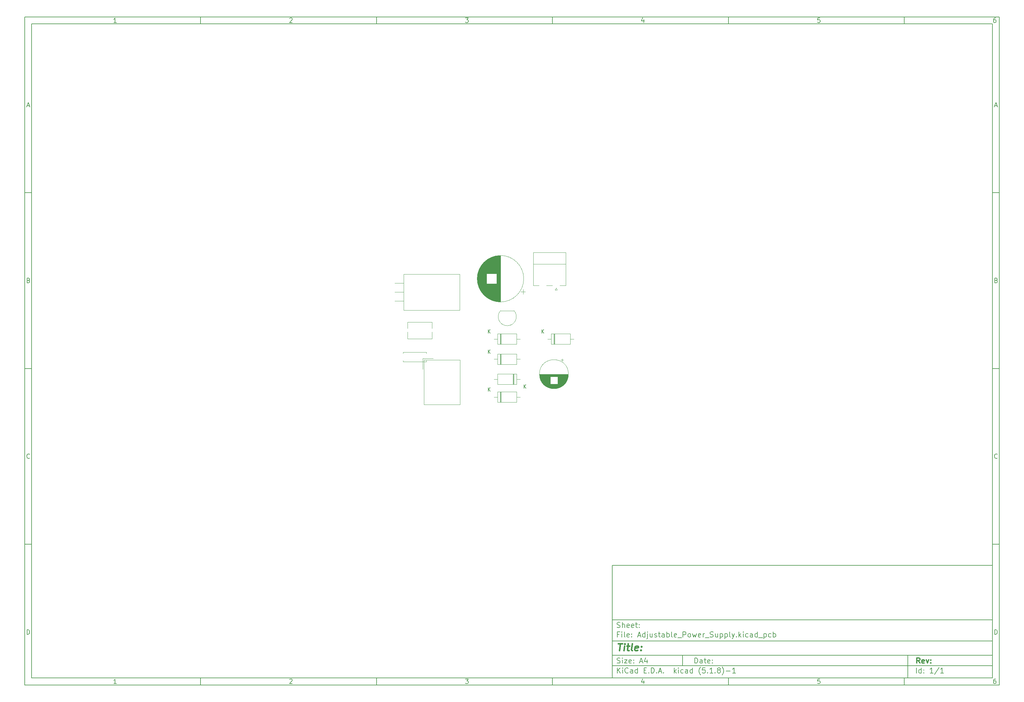
<source format=gto>
%TF.GenerationSoftware,KiCad,Pcbnew,(5.1.8)-1*%
%TF.CreationDate,2021-07-18T20:21:08-07:00*%
%TF.ProjectId,Adjustable_Power_Supply,41646a75-7374-4616-926c-655f506f7765,rev?*%
%TF.SameCoordinates,Original*%
%TF.FileFunction,Legend,Top*%
%TF.FilePolarity,Positive*%
%FSLAX46Y46*%
G04 Gerber Fmt 4.6, Leading zero omitted, Abs format (unit mm)*
G04 Created by KiCad (PCBNEW (5.1.8)-1) date 2021-07-18 20:21:08*
%MOMM*%
%LPD*%
G01*
G04 APERTURE LIST*
%ADD10C,0.100000*%
%ADD11C,0.150000*%
%ADD12C,0.300000*%
%ADD13C,0.400000*%
%ADD14C,0.120000*%
G04 APERTURE END LIST*
D10*
D11*
X177002200Y-166007200D02*
X177002200Y-198007200D01*
X285002200Y-198007200D01*
X285002200Y-166007200D01*
X177002200Y-166007200D01*
D10*
D11*
X10000000Y-10000000D02*
X10000000Y-200007200D01*
X287002200Y-200007200D01*
X287002200Y-10000000D01*
X10000000Y-10000000D01*
D10*
D11*
X12000000Y-12000000D02*
X12000000Y-198007200D01*
X285002200Y-198007200D01*
X285002200Y-12000000D01*
X12000000Y-12000000D01*
D10*
D11*
X60000000Y-12000000D02*
X60000000Y-10000000D01*
D10*
D11*
X110000000Y-12000000D02*
X110000000Y-10000000D01*
D10*
D11*
X160000000Y-12000000D02*
X160000000Y-10000000D01*
D10*
D11*
X210000000Y-12000000D02*
X210000000Y-10000000D01*
D10*
D11*
X260000000Y-12000000D02*
X260000000Y-10000000D01*
D10*
D11*
X36065476Y-11588095D02*
X35322619Y-11588095D01*
X35694047Y-11588095D02*
X35694047Y-10288095D01*
X35570238Y-10473809D01*
X35446428Y-10597619D01*
X35322619Y-10659523D01*
D10*
D11*
X85322619Y-10411904D02*
X85384523Y-10350000D01*
X85508333Y-10288095D01*
X85817857Y-10288095D01*
X85941666Y-10350000D01*
X86003571Y-10411904D01*
X86065476Y-10535714D01*
X86065476Y-10659523D01*
X86003571Y-10845238D01*
X85260714Y-11588095D01*
X86065476Y-11588095D01*
D10*
D11*
X135260714Y-10288095D02*
X136065476Y-10288095D01*
X135632142Y-10783333D01*
X135817857Y-10783333D01*
X135941666Y-10845238D01*
X136003571Y-10907142D01*
X136065476Y-11030952D01*
X136065476Y-11340476D01*
X136003571Y-11464285D01*
X135941666Y-11526190D01*
X135817857Y-11588095D01*
X135446428Y-11588095D01*
X135322619Y-11526190D01*
X135260714Y-11464285D01*
D10*
D11*
X185941666Y-10721428D02*
X185941666Y-11588095D01*
X185632142Y-10226190D02*
X185322619Y-11154761D01*
X186127380Y-11154761D01*
D10*
D11*
X236003571Y-10288095D02*
X235384523Y-10288095D01*
X235322619Y-10907142D01*
X235384523Y-10845238D01*
X235508333Y-10783333D01*
X235817857Y-10783333D01*
X235941666Y-10845238D01*
X236003571Y-10907142D01*
X236065476Y-11030952D01*
X236065476Y-11340476D01*
X236003571Y-11464285D01*
X235941666Y-11526190D01*
X235817857Y-11588095D01*
X235508333Y-11588095D01*
X235384523Y-11526190D01*
X235322619Y-11464285D01*
D10*
D11*
X285941666Y-10288095D02*
X285694047Y-10288095D01*
X285570238Y-10350000D01*
X285508333Y-10411904D01*
X285384523Y-10597619D01*
X285322619Y-10845238D01*
X285322619Y-11340476D01*
X285384523Y-11464285D01*
X285446428Y-11526190D01*
X285570238Y-11588095D01*
X285817857Y-11588095D01*
X285941666Y-11526190D01*
X286003571Y-11464285D01*
X286065476Y-11340476D01*
X286065476Y-11030952D01*
X286003571Y-10907142D01*
X285941666Y-10845238D01*
X285817857Y-10783333D01*
X285570238Y-10783333D01*
X285446428Y-10845238D01*
X285384523Y-10907142D01*
X285322619Y-11030952D01*
D10*
D11*
X60000000Y-198007200D02*
X60000000Y-200007200D01*
D10*
D11*
X110000000Y-198007200D02*
X110000000Y-200007200D01*
D10*
D11*
X160000000Y-198007200D02*
X160000000Y-200007200D01*
D10*
D11*
X210000000Y-198007200D02*
X210000000Y-200007200D01*
D10*
D11*
X260000000Y-198007200D02*
X260000000Y-200007200D01*
D10*
D11*
X36065476Y-199595295D02*
X35322619Y-199595295D01*
X35694047Y-199595295D02*
X35694047Y-198295295D01*
X35570238Y-198481009D01*
X35446428Y-198604819D01*
X35322619Y-198666723D01*
D10*
D11*
X85322619Y-198419104D02*
X85384523Y-198357200D01*
X85508333Y-198295295D01*
X85817857Y-198295295D01*
X85941666Y-198357200D01*
X86003571Y-198419104D01*
X86065476Y-198542914D01*
X86065476Y-198666723D01*
X86003571Y-198852438D01*
X85260714Y-199595295D01*
X86065476Y-199595295D01*
D10*
D11*
X135260714Y-198295295D02*
X136065476Y-198295295D01*
X135632142Y-198790533D01*
X135817857Y-198790533D01*
X135941666Y-198852438D01*
X136003571Y-198914342D01*
X136065476Y-199038152D01*
X136065476Y-199347676D01*
X136003571Y-199471485D01*
X135941666Y-199533390D01*
X135817857Y-199595295D01*
X135446428Y-199595295D01*
X135322619Y-199533390D01*
X135260714Y-199471485D01*
D10*
D11*
X185941666Y-198728628D02*
X185941666Y-199595295D01*
X185632142Y-198233390D02*
X185322619Y-199161961D01*
X186127380Y-199161961D01*
D10*
D11*
X236003571Y-198295295D02*
X235384523Y-198295295D01*
X235322619Y-198914342D01*
X235384523Y-198852438D01*
X235508333Y-198790533D01*
X235817857Y-198790533D01*
X235941666Y-198852438D01*
X236003571Y-198914342D01*
X236065476Y-199038152D01*
X236065476Y-199347676D01*
X236003571Y-199471485D01*
X235941666Y-199533390D01*
X235817857Y-199595295D01*
X235508333Y-199595295D01*
X235384523Y-199533390D01*
X235322619Y-199471485D01*
D10*
D11*
X285941666Y-198295295D02*
X285694047Y-198295295D01*
X285570238Y-198357200D01*
X285508333Y-198419104D01*
X285384523Y-198604819D01*
X285322619Y-198852438D01*
X285322619Y-199347676D01*
X285384523Y-199471485D01*
X285446428Y-199533390D01*
X285570238Y-199595295D01*
X285817857Y-199595295D01*
X285941666Y-199533390D01*
X286003571Y-199471485D01*
X286065476Y-199347676D01*
X286065476Y-199038152D01*
X286003571Y-198914342D01*
X285941666Y-198852438D01*
X285817857Y-198790533D01*
X285570238Y-198790533D01*
X285446428Y-198852438D01*
X285384523Y-198914342D01*
X285322619Y-199038152D01*
D10*
D11*
X10000000Y-60000000D02*
X12000000Y-60000000D01*
D10*
D11*
X10000000Y-110000000D02*
X12000000Y-110000000D01*
D10*
D11*
X10000000Y-160000000D02*
X12000000Y-160000000D01*
D10*
D11*
X10690476Y-35216666D02*
X11309523Y-35216666D01*
X10566666Y-35588095D02*
X11000000Y-34288095D01*
X11433333Y-35588095D01*
D10*
D11*
X11092857Y-84907142D02*
X11278571Y-84969047D01*
X11340476Y-85030952D01*
X11402380Y-85154761D01*
X11402380Y-85340476D01*
X11340476Y-85464285D01*
X11278571Y-85526190D01*
X11154761Y-85588095D01*
X10659523Y-85588095D01*
X10659523Y-84288095D01*
X11092857Y-84288095D01*
X11216666Y-84350000D01*
X11278571Y-84411904D01*
X11340476Y-84535714D01*
X11340476Y-84659523D01*
X11278571Y-84783333D01*
X11216666Y-84845238D01*
X11092857Y-84907142D01*
X10659523Y-84907142D01*
D10*
D11*
X11402380Y-135464285D02*
X11340476Y-135526190D01*
X11154761Y-135588095D01*
X11030952Y-135588095D01*
X10845238Y-135526190D01*
X10721428Y-135402380D01*
X10659523Y-135278571D01*
X10597619Y-135030952D01*
X10597619Y-134845238D01*
X10659523Y-134597619D01*
X10721428Y-134473809D01*
X10845238Y-134350000D01*
X11030952Y-134288095D01*
X11154761Y-134288095D01*
X11340476Y-134350000D01*
X11402380Y-134411904D01*
D10*
D11*
X10659523Y-185588095D02*
X10659523Y-184288095D01*
X10969047Y-184288095D01*
X11154761Y-184350000D01*
X11278571Y-184473809D01*
X11340476Y-184597619D01*
X11402380Y-184845238D01*
X11402380Y-185030952D01*
X11340476Y-185278571D01*
X11278571Y-185402380D01*
X11154761Y-185526190D01*
X10969047Y-185588095D01*
X10659523Y-185588095D01*
D10*
D11*
X287002200Y-60000000D02*
X285002200Y-60000000D01*
D10*
D11*
X287002200Y-110000000D02*
X285002200Y-110000000D01*
D10*
D11*
X287002200Y-160000000D02*
X285002200Y-160000000D01*
D10*
D11*
X285692676Y-35216666D02*
X286311723Y-35216666D01*
X285568866Y-35588095D02*
X286002200Y-34288095D01*
X286435533Y-35588095D01*
D10*
D11*
X286095057Y-84907142D02*
X286280771Y-84969047D01*
X286342676Y-85030952D01*
X286404580Y-85154761D01*
X286404580Y-85340476D01*
X286342676Y-85464285D01*
X286280771Y-85526190D01*
X286156961Y-85588095D01*
X285661723Y-85588095D01*
X285661723Y-84288095D01*
X286095057Y-84288095D01*
X286218866Y-84350000D01*
X286280771Y-84411904D01*
X286342676Y-84535714D01*
X286342676Y-84659523D01*
X286280771Y-84783333D01*
X286218866Y-84845238D01*
X286095057Y-84907142D01*
X285661723Y-84907142D01*
D10*
D11*
X286404580Y-135464285D02*
X286342676Y-135526190D01*
X286156961Y-135588095D01*
X286033152Y-135588095D01*
X285847438Y-135526190D01*
X285723628Y-135402380D01*
X285661723Y-135278571D01*
X285599819Y-135030952D01*
X285599819Y-134845238D01*
X285661723Y-134597619D01*
X285723628Y-134473809D01*
X285847438Y-134350000D01*
X286033152Y-134288095D01*
X286156961Y-134288095D01*
X286342676Y-134350000D01*
X286404580Y-134411904D01*
D10*
D11*
X285661723Y-185588095D02*
X285661723Y-184288095D01*
X285971247Y-184288095D01*
X286156961Y-184350000D01*
X286280771Y-184473809D01*
X286342676Y-184597619D01*
X286404580Y-184845238D01*
X286404580Y-185030952D01*
X286342676Y-185278571D01*
X286280771Y-185402380D01*
X286156961Y-185526190D01*
X285971247Y-185588095D01*
X285661723Y-185588095D01*
D10*
D11*
X200434342Y-193785771D02*
X200434342Y-192285771D01*
X200791485Y-192285771D01*
X201005771Y-192357200D01*
X201148628Y-192500057D01*
X201220057Y-192642914D01*
X201291485Y-192928628D01*
X201291485Y-193142914D01*
X201220057Y-193428628D01*
X201148628Y-193571485D01*
X201005771Y-193714342D01*
X200791485Y-193785771D01*
X200434342Y-193785771D01*
X202577200Y-193785771D02*
X202577200Y-193000057D01*
X202505771Y-192857200D01*
X202362914Y-192785771D01*
X202077200Y-192785771D01*
X201934342Y-192857200D01*
X202577200Y-193714342D02*
X202434342Y-193785771D01*
X202077200Y-193785771D01*
X201934342Y-193714342D01*
X201862914Y-193571485D01*
X201862914Y-193428628D01*
X201934342Y-193285771D01*
X202077200Y-193214342D01*
X202434342Y-193214342D01*
X202577200Y-193142914D01*
X203077200Y-192785771D02*
X203648628Y-192785771D01*
X203291485Y-192285771D02*
X203291485Y-193571485D01*
X203362914Y-193714342D01*
X203505771Y-193785771D01*
X203648628Y-193785771D01*
X204720057Y-193714342D02*
X204577200Y-193785771D01*
X204291485Y-193785771D01*
X204148628Y-193714342D01*
X204077200Y-193571485D01*
X204077200Y-193000057D01*
X204148628Y-192857200D01*
X204291485Y-192785771D01*
X204577200Y-192785771D01*
X204720057Y-192857200D01*
X204791485Y-193000057D01*
X204791485Y-193142914D01*
X204077200Y-193285771D01*
X205434342Y-193642914D02*
X205505771Y-193714342D01*
X205434342Y-193785771D01*
X205362914Y-193714342D01*
X205434342Y-193642914D01*
X205434342Y-193785771D01*
X205434342Y-192857200D02*
X205505771Y-192928628D01*
X205434342Y-193000057D01*
X205362914Y-192928628D01*
X205434342Y-192857200D01*
X205434342Y-193000057D01*
D10*
D11*
X177002200Y-194507200D02*
X285002200Y-194507200D01*
D10*
D11*
X178434342Y-196585771D02*
X178434342Y-195085771D01*
X179291485Y-196585771D02*
X178648628Y-195728628D01*
X179291485Y-195085771D02*
X178434342Y-195942914D01*
X179934342Y-196585771D02*
X179934342Y-195585771D01*
X179934342Y-195085771D02*
X179862914Y-195157200D01*
X179934342Y-195228628D01*
X180005771Y-195157200D01*
X179934342Y-195085771D01*
X179934342Y-195228628D01*
X181505771Y-196442914D02*
X181434342Y-196514342D01*
X181220057Y-196585771D01*
X181077200Y-196585771D01*
X180862914Y-196514342D01*
X180720057Y-196371485D01*
X180648628Y-196228628D01*
X180577200Y-195942914D01*
X180577200Y-195728628D01*
X180648628Y-195442914D01*
X180720057Y-195300057D01*
X180862914Y-195157200D01*
X181077200Y-195085771D01*
X181220057Y-195085771D01*
X181434342Y-195157200D01*
X181505771Y-195228628D01*
X182791485Y-196585771D02*
X182791485Y-195800057D01*
X182720057Y-195657200D01*
X182577200Y-195585771D01*
X182291485Y-195585771D01*
X182148628Y-195657200D01*
X182791485Y-196514342D02*
X182648628Y-196585771D01*
X182291485Y-196585771D01*
X182148628Y-196514342D01*
X182077200Y-196371485D01*
X182077200Y-196228628D01*
X182148628Y-196085771D01*
X182291485Y-196014342D01*
X182648628Y-196014342D01*
X182791485Y-195942914D01*
X184148628Y-196585771D02*
X184148628Y-195085771D01*
X184148628Y-196514342D02*
X184005771Y-196585771D01*
X183720057Y-196585771D01*
X183577200Y-196514342D01*
X183505771Y-196442914D01*
X183434342Y-196300057D01*
X183434342Y-195871485D01*
X183505771Y-195728628D01*
X183577200Y-195657200D01*
X183720057Y-195585771D01*
X184005771Y-195585771D01*
X184148628Y-195657200D01*
X186005771Y-195800057D02*
X186505771Y-195800057D01*
X186720057Y-196585771D02*
X186005771Y-196585771D01*
X186005771Y-195085771D01*
X186720057Y-195085771D01*
X187362914Y-196442914D02*
X187434342Y-196514342D01*
X187362914Y-196585771D01*
X187291485Y-196514342D01*
X187362914Y-196442914D01*
X187362914Y-196585771D01*
X188077200Y-196585771D02*
X188077200Y-195085771D01*
X188434342Y-195085771D01*
X188648628Y-195157200D01*
X188791485Y-195300057D01*
X188862914Y-195442914D01*
X188934342Y-195728628D01*
X188934342Y-195942914D01*
X188862914Y-196228628D01*
X188791485Y-196371485D01*
X188648628Y-196514342D01*
X188434342Y-196585771D01*
X188077200Y-196585771D01*
X189577200Y-196442914D02*
X189648628Y-196514342D01*
X189577200Y-196585771D01*
X189505771Y-196514342D01*
X189577200Y-196442914D01*
X189577200Y-196585771D01*
X190220057Y-196157200D02*
X190934342Y-196157200D01*
X190077200Y-196585771D02*
X190577200Y-195085771D01*
X191077200Y-196585771D01*
X191577200Y-196442914D02*
X191648628Y-196514342D01*
X191577200Y-196585771D01*
X191505771Y-196514342D01*
X191577200Y-196442914D01*
X191577200Y-196585771D01*
X194577200Y-196585771D02*
X194577200Y-195085771D01*
X194720057Y-196014342D02*
X195148628Y-196585771D01*
X195148628Y-195585771D02*
X194577200Y-196157200D01*
X195791485Y-196585771D02*
X195791485Y-195585771D01*
X195791485Y-195085771D02*
X195720057Y-195157200D01*
X195791485Y-195228628D01*
X195862914Y-195157200D01*
X195791485Y-195085771D01*
X195791485Y-195228628D01*
X197148628Y-196514342D02*
X197005771Y-196585771D01*
X196720057Y-196585771D01*
X196577200Y-196514342D01*
X196505771Y-196442914D01*
X196434342Y-196300057D01*
X196434342Y-195871485D01*
X196505771Y-195728628D01*
X196577200Y-195657200D01*
X196720057Y-195585771D01*
X197005771Y-195585771D01*
X197148628Y-195657200D01*
X198434342Y-196585771D02*
X198434342Y-195800057D01*
X198362914Y-195657200D01*
X198220057Y-195585771D01*
X197934342Y-195585771D01*
X197791485Y-195657200D01*
X198434342Y-196514342D02*
X198291485Y-196585771D01*
X197934342Y-196585771D01*
X197791485Y-196514342D01*
X197720057Y-196371485D01*
X197720057Y-196228628D01*
X197791485Y-196085771D01*
X197934342Y-196014342D01*
X198291485Y-196014342D01*
X198434342Y-195942914D01*
X199791485Y-196585771D02*
X199791485Y-195085771D01*
X199791485Y-196514342D02*
X199648628Y-196585771D01*
X199362914Y-196585771D01*
X199220057Y-196514342D01*
X199148628Y-196442914D01*
X199077200Y-196300057D01*
X199077200Y-195871485D01*
X199148628Y-195728628D01*
X199220057Y-195657200D01*
X199362914Y-195585771D01*
X199648628Y-195585771D01*
X199791485Y-195657200D01*
X202077200Y-197157200D02*
X202005771Y-197085771D01*
X201862914Y-196871485D01*
X201791485Y-196728628D01*
X201720057Y-196514342D01*
X201648628Y-196157200D01*
X201648628Y-195871485D01*
X201720057Y-195514342D01*
X201791485Y-195300057D01*
X201862914Y-195157200D01*
X202005771Y-194942914D01*
X202077200Y-194871485D01*
X203362914Y-195085771D02*
X202648628Y-195085771D01*
X202577200Y-195800057D01*
X202648628Y-195728628D01*
X202791485Y-195657200D01*
X203148628Y-195657200D01*
X203291485Y-195728628D01*
X203362914Y-195800057D01*
X203434342Y-195942914D01*
X203434342Y-196300057D01*
X203362914Y-196442914D01*
X203291485Y-196514342D01*
X203148628Y-196585771D01*
X202791485Y-196585771D01*
X202648628Y-196514342D01*
X202577200Y-196442914D01*
X204077200Y-196442914D02*
X204148628Y-196514342D01*
X204077200Y-196585771D01*
X204005771Y-196514342D01*
X204077200Y-196442914D01*
X204077200Y-196585771D01*
X205577200Y-196585771D02*
X204720057Y-196585771D01*
X205148628Y-196585771D02*
X205148628Y-195085771D01*
X205005771Y-195300057D01*
X204862914Y-195442914D01*
X204720057Y-195514342D01*
X206220057Y-196442914D02*
X206291485Y-196514342D01*
X206220057Y-196585771D01*
X206148628Y-196514342D01*
X206220057Y-196442914D01*
X206220057Y-196585771D01*
X207148628Y-195728628D02*
X207005771Y-195657200D01*
X206934342Y-195585771D01*
X206862914Y-195442914D01*
X206862914Y-195371485D01*
X206934342Y-195228628D01*
X207005771Y-195157200D01*
X207148628Y-195085771D01*
X207434342Y-195085771D01*
X207577200Y-195157200D01*
X207648628Y-195228628D01*
X207720057Y-195371485D01*
X207720057Y-195442914D01*
X207648628Y-195585771D01*
X207577200Y-195657200D01*
X207434342Y-195728628D01*
X207148628Y-195728628D01*
X207005771Y-195800057D01*
X206934342Y-195871485D01*
X206862914Y-196014342D01*
X206862914Y-196300057D01*
X206934342Y-196442914D01*
X207005771Y-196514342D01*
X207148628Y-196585771D01*
X207434342Y-196585771D01*
X207577200Y-196514342D01*
X207648628Y-196442914D01*
X207720057Y-196300057D01*
X207720057Y-196014342D01*
X207648628Y-195871485D01*
X207577200Y-195800057D01*
X207434342Y-195728628D01*
X208220057Y-197157200D02*
X208291485Y-197085771D01*
X208434342Y-196871485D01*
X208505771Y-196728628D01*
X208577200Y-196514342D01*
X208648628Y-196157200D01*
X208648628Y-195871485D01*
X208577200Y-195514342D01*
X208505771Y-195300057D01*
X208434342Y-195157200D01*
X208291485Y-194942914D01*
X208220057Y-194871485D01*
X209362914Y-196014342D02*
X210505771Y-196014342D01*
X212005771Y-196585771D02*
X211148628Y-196585771D01*
X211577200Y-196585771D02*
X211577200Y-195085771D01*
X211434342Y-195300057D01*
X211291485Y-195442914D01*
X211148628Y-195514342D01*
D10*
D11*
X177002200Y-191507200D02*
X285002200Y-191507200D01*
D10*
D12*
X264411485Y-193785771D02*
X263911485Y-193071485D01*
X263554342Y-193785771D02*
X263554342Y-192285771D01*
X264125771Y-192285771D01*
X264268628Y-192357200D01*
X264340057Y-192428628D01*
X264411485Y-192571485D01*
X264411485Y-192785771D01*
X264340057Y-192928628D01*
X264268628Y-193000057D01*
X264125771Y-193071485D01*
X263554342Y-193071485D01*
X265625771Y-193714342D02*
X265482914Y-193785771D01*
X265197200Y-193785771D01*
X265054342Y-193714342D01*
X264982914Y-193571485D01*
X264982914Y-193000057D01*
X265054342Y-192857200D01*
X265197200Y-192785771D01*
X265482914Y-192785771D01*
X265625771Y-192857200D01*
X265697200Y-193000057D01*
X265697200Y-193142914D01*
X264982914Y-193285771D01*
X266197200Y-192785771D02*
X266554342Y-193785771D01*
X266911485Y-192785771D01*
X267482914Y-193642914D02*
X267554342Y-193714342D01*
X267482914Y-193785771D01*
X267411485Y-193714342D01*
X267482914Y-193642914D01*
X267482914Y-193785771D01*
X267482914Y-192857200D02*
X267554342Y-192928628D01*
X267482914Y-193000057D01*
X267411485Y-192928628D01*
X267482914Y-192857200D01*
X267482914Y-193000057D01*
D10*
D11*
X178362914Y-193714342D02*
X178577200Y-193785771D01*
X178934342Y-193785771D01*
X179077200Y-193714342D01*
X179148628Y-193642914D01*
X179220057Y-193500057D01*
X179220057Y-193357200D01*
X179148628Y-193214342D01*
X179077200Y-193142914D01*
X178934342Y-193071485D01*
X178648628Y-193000057D01*
X178505771Y-192928628D01*
X178434342Y-192857200D01*
X178362914Y-192714342D01*
X178362914Y-192571485D01*
X178434342Y-192428628D01*
X178505771Y-192357200D01*
X178648628Y-192285771D01*
X179005771Y-192285771D01*
X179220057Y-192357200D01*
X179862914Y-193785771D02*
X179862914Y-192785771D01*
X179862914Y-192285771D02*
X179791485Y-192357200D01*
X179862914Y-192428628D01*
X179934342Y-192357200D01*
X179862914Y-192285771D01*
X179862914Y-192428628D01*
X180434342Y-192785771D02*
X181220057Y-192785771D01*
X180434342Y-193785771D01*
X181220057Y-193785771D01*
X182362914Y-193714342D02*
X182220057Y-193785771D01*
X181934342Y-193785771D01*
X181791485Y-193714342D01*
X181720057Y-193571485D01*
X181720057Y-193000057D01*
X181791485Y-192857200D01*
X181934342Y-192785771D01*
X182220057Y-192785771D01*
X182362914Y-192857200D01*
X182434342Y-193000057D01*
X182434342Y-193142914D01*
X181720057Y-193285771D01*
X183077200Y-193642914D02*
X183148628Y-193714342D01*
X183077200Y-193785771D01*
X183005771Y-193714342D01*
X183077200Y-193642914D01*
X183077200Y-193785771D01*
X183077200Y-192857200D02*
X183148628Y-192928628D01*
X183077200Y-193000057D01*
X183005771Y-192928628D01*
X183077200Y-192857200D01*
X183077200Y-193000057D01*
X184862914Y-193357200D02*
X185577200Y-193357200D01*
X184720057Y-193785771D02*
X185220057Y-192285771D01*
X185720057Y-193785771D01*
X186862914Y-192785771D02*
X186862914Y-193785771D01*
X186505771Y-192214342D02*
X186148628Y-193285771D01*
X187077200Y-193285771D01*
D10*
D11*
X263434342Y-196585771D02*
X263434342Y-195085771D01*
X264791485Y-196585771D02*
X264791485Y-195085771D01*
X264791485Y-196514342D02*
X264648628Y-196585771D01*
X264362914Y-196585771D01*
X264220057Y-196514342D01*
X264148628Y-196442914D01*
X264077200Y-196300057D01*
X264077200Y-195871485D01*
X264148628Y-195728628D01*
X264220057Y-195657200D01*
X264362914Y-195585771D01*
X264648628Y-195585771D01*
X264791485Y-195657200D01*
X265505771Y-196442914D02*
X265577200Y-196514342D01*
X265505771Y-196585771D01*
X265434342Y-196514342D01*
X265505771Y-196442914D01*
X265505771Y-196585771D01*
X265505771Y-195657200D02*
X265577200Y-195728628D01*
X265505771Y-195800057D01*
X265434342Y-195728628D01*
X265505771Y-195657200D01*
X265505771Y-195800057D01*
X268148628Y-196585771D02*
X267291485Y-196585771D01*
X267720057Y-196585771D02*
X267720057Y-195085771D01*
X267577200Y-195300057D01*
X267434342Y-195442914D01*
X267291485Y-195514342D01*
X269862914Y-195014342D02*
X268577200Y-196942914D01*
X271148628Y-196585771D02*
X270291485Y-196585771D01*
X270720057Y-196585771D02*
X270720057Y-195085771D01*
X270577200Y-195300057D01*
X270434342Y-195442914D01*
X270291485Y-195514342D01*
D10*
D11*
X177002200Y-187507200D02*
X285002200Y-187507200D01*
D10*
D13*
X178714580Y-188211961D02*
X179857438Y-188211961D01*
X179036009Y-190211961D02*
X179286009Y-188211961D01*
X180274104Y-190211961D02*
X180440771Y-188878628D01*
X180524104Y-188211961D02*
X180416961Y-188307200D01*
X180500295Y-188402438D01*
X180607438Y-188307200D01*
X180524104Y-188211961D01*
X180500295Y-188402438D01*
X181107438Y-188878628D02*
X181869342Y-188878628D01*
X181476485Y-188211961D02*
X181262200Y-189926247D01*
X181333628Y-190116723D01*
X181512200Y-190211961D01*
X181702676Y-190211961D01*
X182655057Y-190211961D02*
X182476485Y-190116723D01*
X182405057Y-189926247D01*
X182619342Y-188211961D01*
X184190771Y-190116723D02*
X183988390Y-190211961D01*
X183607438Y-190211961D01*
X183428866Y-190116723D01*
X183357438Y-189926247D01*
X183452676Y-189164342D01*
X183571723Y-188973866D01*
X183774104Y-188878628D01*
X184155057Y-188878628D01*
X184333628Y-188973866D01*
X184405057Y-189164342D01*
X184381247Y-189354819D01*
X183405057Y-189545295D01*
X185155057Y-190021485D02*
X185238390Y-190116723D01*
X185131247Y-190211961D01*
X185047914Y-190116723D01*
X185155057Y-190021485D01*
X185131247Y-190211961D01*
X185286009Y-188973866D02*
X185369342Y-189069104D01*
X185262200Y-189164342D01*
X185178866Y-189069104D01*
X185286009Y-188973866D01*
X185262200Y-189164342D01*
D10*
D11*
X178934342Y-185600057D02*
X178434342Y-185600057D01*
X178434342Y-186385771D02*
X178434342Y-184885771D01*
X179148628Y-184885771D01*
X179720057Y-186385771D02*
X179720057Y-185385771D01*
X179720057Y-184885771D02*
X179648628Y-184957200D01*
X179720057Y-185028628D01*
X179791485Y-184957200D01*
X179720057Y-184885771D01*
X179720057Y-185028628D01*
X180648628Y-186385771D02*
X180505771Y-186314342D01*
X180434342Y-186171485D01*
X180434342Y-184885771D01*
X181791485Y-186314342D02*
X181648628Y-186385771D01*
X181362914Y-186385771D01*
X181220057Y-186314342D01*
X181148628Y-186171485D01*
X181148628Y-185600057D01*
X181220057Y-185457200D01*
X181362914Y-185385771D01*
X181648628Y-185385771D01*
X181791485Y-185457200D01*
X181862914Y-185600057D01*
X181862914Y-185742914D01*
X181148628Y-185885771D01*
X182505771Y-186242914D02*
X182577200Y-186314342D01*
X182505771Y-186385771D01*
X182434342Y-186314342D01*
X182505771Y-186242914D01*
X182505771Y-186385771D01*
X182505771Y-185457200D02*
X182577200Y-185528628D01*
X182505771Y-185600057D01*
X182434342Y-185528628D01*
X182505771Y-185457200D01*
X182505771Y-185600057D01*
X184291485Y-185957200D02*
X185005771Y-185957200D01*
X184148628Y-186385771D02*
X184648628Y-184885771D01*
X185148628Y-186385771D01*
X186291485Y-186385771D02*
X186291485Y-184885771D01*
X186291485Y-186314342D02*
X186148628Y-186385771D01*
X185862914Y-186385771D01*
X185720057Y-186314342D01*
X185648628Y-186242914D01*
X185577200Y-186100057D01*
X185577200Y-185671485D01*
X185648628Y-185528628D01*
X185720057Y-185457200D01*
X185862914Y-185385771D01*
X186148628Y-185385771D01*
X186291485Y-185457200D01*
X187005771Y-185385771D02*
X187005771Y-186671485D01*
X186934342Y-186814342D01*
X186791485Y-186885771D01*
X186720057Y-186885771D01*
X187005771Y-184885771D02*
X186934342Y-184957200D01*
X187005771Y-185028628D01*
X187077200Y-184957200D01*
X187005771Y-184885771D01*
X187005771Y-185028628D01*
X188362914Y-185385771D02*
X188362914Y-186385771D01*
X187720057Y-185385771D02*
X187720057Y-186171485D01*
X187791485Y-186314342D01*
X187934342Y-186385771D01*
X188148628Y-186385771D01*
X188291485Y-186314342D01*
X188362914Y-186242914D01*
X189005771Y-186314342D02*
X189148628Y-186385771D01*
X189434342Y-186385771D01*
X189577200Y-186314342D01*
X189648628Y-186171485D01*
X189648628Y-186100057D01*
X189577200Y-185957200D01*
X189434342Y-185885771D01*
X189220057Y-185885771D01*
X189077200Y-185814342D01*
X189005771Y-185671485D01*
X189005771Y-185600057D01*
X189077200Y-185457200D01*
X189220057Y-185385771D01*
X189434342Y-185385771D01*
X189577200Y-185457200D01*
X190077200Y-185385771D02*
X190648628Y-185385771D01*
X190291485Y-184885771D02*
X190291485Y-186171485D01*
X190362914Y-186314342D01*
X190505771Y-186385771D01*
X190648628Y-186385771D01*
X191791485Y-186385771D02*
X191791485Y-185600057D01*
X191720057Y-185457200D01*
X191577200Y-185385771D01*
X191291485Y-185385771D01*
X191148628Y-185457200D01*
X191791485Y-186314342D02*
X191648628Y-186385771D01*
X191291485Y-186385771D01*
X191148628Y-186314342D01*
X191077200Y-186171485D01*
X191077200Y-186028628D01*
X191148628Y-185885771D01*
X191291485Y-185814342D01*
X191648628Y-185814342D01*
X191791485Y-185742914D01*
X192505771Y-186385771D02*
X192505771Y-184885771D01*
X192505771Y-185457200D02*
X192648628Y-185385771D01*
X192934342Y-185385771D01*
X193077200Y-185457200D01*
X193148628Y-185528628D01*
X193220057Y-185671485D01*
X193220057Y-186100057D01*
X193148628Y-186242914D01*
X193077200Y-186314342D01*
X192934342Y-186385771D01*
X192648628Y-186385771D01*
X192505771Y-186314342D01*
X194077200Y-186385771D02*
X193934342Y-186314342D01*
X193862914Y-186171485D01*
X193862914Y-184885771D01*
X195220057Y-186314342D02*
X195077200Y-186385771D01*
X194791485Y-186385771D01*
X194648628Y-186314342D01*
X194577200Y-186171485D01*
X194577200Y-185600057D01*
X194648628Y-185457200D01*
X194791485Y-185385771D01*
X195077200Y-185385771D01*
X195220057Y-185457200D01*
X195291485Y-185600057D01*
X195291485Y-185742914D01*
X194577200Y-185885771D01*
X195577200Y-186528628D02*
X196720057Y-186528628D01*
X197077200Y-186385771D02*
X197077200Y-184885771D01*
X197648628Y-184885771D01*
X197791485Y-184957200D01*
X197862914Y-185028628D01*
X197934342Y-185171485D01*
X197934342Y-185385771D01*
X197862914Y-185528628D01*
X197791485Y-185600057D01*
X197648628Y-185671485D01*
X197077200Y-185671485D01*
X198791485Y-186385771D02*
X198648628Y-186314342D01*
X198577200Y-186242914D01*
X198505771Y-186100057D01*
X198505771Y-185671485D01*
X198577200Y-185528628D01*
X198648628Y-185457200D01*
X198791485Y-185385771D01*
X199005771Y-185385771D01*
X199148628Y-185457200D01*
X199220057Y-185528628D01*
X199291485Y-185671485D01*
X199291485Y-186100057D01*
X199220057Y-186242914D01*
X199148628Y-186314342D01*
X199005771Y-186385771D01*
X198791485Y-186385771D01*
X199791485Y-185385771D02*
X200077200Y-186385771D01*
X200362914Y-185671485D01*
X200648628Y-186385771D01*
X200934342Y-185385771D01*
X202077200Y-186314342D02*
X201934342Y-186385771D01*
X201648628Y-186385771D01*
X201505771Y-186314342D01*
X201434342Y-186171485D01*
X201434342Y-185600057D01*
X201505771Y-185457200D01*
X201648628Y-185385771D01*
X201934342Y-185385771D01*
X202077200Y-185457200D01*
X202148628Y-185600057D01*
X202148628Y-185742914D01*
X201434342Y-185885771D01*
X202791485Y-186385771D02*
X202791485Y-185385771D01*
X202791485Y-185671485D02*
X202862914Y-185528628D01*
X202934342Y-185457200D01*
X203077200Y-185385771D01*
X203220057Y-185385771D01*
X203362914Y-186528628D02*
X204505771Y-186528628D01*
X204791485Y-186314342D02*
X205005771Y-186385771D01*
X205362914Y-186385771D01*
X205505771Y-186314342D01*
X205577200Y-186242914D01*
X205648628Y-186100057D01*
X205648628Y-185957200D01*
X205577200Y-185814342D01*
X205505771Y-185742914D01*
X205362914Y-185671485D01*
X205077200Y-185600057D01*
X204934342Y-185528628D01*
X204862914Y-185457200D01*
X204791485Y-185314342D01*
X204791485Y-185171485D01*
X204862914Y-185028628D01*
X204934342Y-184957200D01*
X205077200Y-184885771D01*
X205434342Y-184885771D01*
X205648628Y-184957200D01*
X206934342Y-185385771D02*
X206934342Y-186385771D01*
X206291485Y-185385771D02*
X206291485Y-186171485D01*
X206362914Y-186314342D01*
X206505771Y-186385771D01*
X206720057Y-186385771D01*
X206862914Y-186314342D01*
X206934342Y-186242914D01*
X207648628Y-185385771D02*
X207648628Y-186885771D01*
X207648628Y-185457200D02*
X207791485Y-185385771D01*
X208077200Y-185385771D01*
X208220057Y-185457200D01*
X208291485Y-185528628D01*
X208362914Y-185671485D01*
X208362914Y-186100057D01*
X208291485Y-186242914D01*
X208220057Y-186314342D01*
X208077200Y-186385771D01*
X207791485Y-186385771D01*
X207648628Y-186314342D01*
X209005771Y-185385771D02*
X209005771Y-186885771D01*
X209005771Y-185457200D02*
X209148628Y-185385771D01*
X209434342Y-185385771D01*
X209577200Y-185457200D01*
X209648628Y-185528628D01*
X209720057Y-185671485D01*
X209720057Y-186100057D01*
X209648628Y-186242914D01*
X209577200Y-186314342D01*
X209434342Y-186385771D01*
X209148628Y-186385771D01*
X209005771Y-186314342D01*
X210577200Y-186385771D02*
X210434342Y-186314342D01*
X210362914Y-186171485D01*
X210362914Y-184885771D01*
X211005771Y-185385771D02*
X211362914Y-186385771D01*
X211720057Y-185385771D02*
X211362914Y-186385771D01*
X211220057Y-186742914D01*
X211148628Y-186814342D01*
X211005771Y-186885771D01*
X212291485Y-186242914D02*
X212362914Y-186314342D01*
X212291485Y-186385771D01*
X212220057Y-186314342D01*
X212291485Y-186242914D01*
X212291485Y-186385771D01*
X213005771Y-186385771D02*
X213005771Y-184885771D01*
X213148628Y-185814342D02*
X213577200Y-186385771D01*
X213577200Y-185385771D02*
X213005771Y-185957200D01*
X214220057Y-186385771D02*
X214220057Y-185385771D01*
X214220057Y-184885771D02*
X214148628Y-184957200D01*
X214220057Y-185028628D01*
X214291485Y-184957200D01*
X214220057Y-184885771D01*
X214220057Y-185028628D01*
X215577200Y-186314342D02*
X215434342Y-186385771D01*
X215148628Y-186385771D01*
X215005771Y-186314342D01*
X214934342Y-186242914D01*
X214862914Y-186100057D01*
X214862914Y-185671485D01*
X214934342Y-185528628D01*
X215005771Y-185457200D01*
X215148628Y-185385771D01*
X215434342Y-185385771D01*
X215577200Y-185457200D01*
X216862914Y-186385771D02*
X216862914Y-185600057D01*
X216791485Y-185457200D01*
X216648628Y-185385771D01*
X216362914Y-185385771D01*
X216220057Y-185457200D01*
X216862914Y-186314342D02*
X216720057Y-186385771D01*
X216362914Y-186385771D01*
X216220057Y-186314342D01*
X216148628Y-186171485D01*
X216148628Y-186028628D01*
X216220057Y-185885771D01*
X216362914Y-185814342D01*
X216720057Y-185814342D01*
X216862914Y-185742914D01*
X218220057Y-186385771D02*
X218220057Y-184885771D01*
X218220057Y-186314342D02*
X218077200Y-186385771D01*
X217791485Y-186385771D01*
X217648628Y-186314342D01*
X217577200Y-186242914D01*
X217505771Y-186100057D01*
X217505771Y-185671485D01*
X217577200Y-185528628D01*
X217648628Y-185457200D01*
X217791485Y-185385771D01*
X218077200Y-185385771D01*
X218220057Y-185457200D01*
X218577200Y-186528628D02*
X219720057Y-186528628D01*
X220077200Y-185385771D02*
X220077200Y-186885771D01*
X220077200Y-185457200D02*
X220220057Y-185385771D01*
X220505771Y-185385771D01*
X220648628Y-185457200D01*
X220720057Y-185528628D01*
X220791485Y-185671485D01*
X220791485Y-186100057D01*
X220720057Y-186242914D01*
X220648628Y-186314342D01*
X220505771Y-186385771D01*
X220220057Y-186385771D01*
X220077200Y-186314342D01*
X222077200Y-186314342D02*
X221934342Y-186385771D01*
X221648628Y-186385771D01*
X221505771Y-186314342D01*
X221434342Y-186242914D01*
X221362914Y-186100057D01*
X221362914Y-185671485D01*
X221434342Y-185528628D01*
X221505771Y-185457200D01*
X221648628Y-185385771D01*
X221934342Y-185385771D01*
X222077200Y-185457200D01*
X222720057Y-186385771D02*
X222720057Y-184885771D01*
X222720057Y-185457200D02*
X222862914Y-185385771D01*
X223148628Y-185385771D01*
X223291485Y-185457200D01*
X223362914Y-185528628D01*
X223434342Y-185671485D01*
X223434342Y-186100057D01*
X223362914Y-186242914D01*
X223291485Y-186314342D01*
X223148628Y-186385771D01*
X222862914Y-186385771D01*
X222720057Y-186314342D01*
D10*
D11*
X177002200Y-181507200D02*
X285002200Y-181507200D01*
D10*
D11*
X178362914Y-183614342D02*
X178577200Y-183685771D01*
X178934342Y-183685771D01*
X179077200Y-183614342D01*
X179148628Y-183542914D01*
X179220057Y-183400057D01*
X179220057Y-183257200D01*
X179148628Y-183114342D01*
X179077200Y-183042914D01*
X178934342Y-182971485D01*
X178648628Y-182900057D01*
X178505771Y-182828628D01*
X178434342Y-182757200D01*
X178362914Y-182614342D01*
X178362914Y-182471485D01*
X178434342Y-182328628D01*
X178505771Y-182257200D01*
X178648628Y-182185771D01*
X179005771Y-182185771D01*
X179220057Y-182257200D01*
X179862914Y-183685771D02*
X179862914Y-182185771D01*
X180505771Y-183685771D02*
X180505771Y-182900057D01*
X180434342Y-182757200D01*
X180291485Y-182685771D01*
X180077200Y-182685771D01*
X179934342Y-182757200D01*
X179862914Y-182828628D01*
X181791485Y-183614342D02*
X181648628Y-183685771D01*
X181362914Y-183685771D01*
X181220057Y-183614342D01*
X181148628Y-183471485D01*
X181148628Y-182900057D01*
X181220057Y-182757200D01*
X181362914Y-182685771D01*
X181648628Y-182685771D01*
X181791485Y-182757200D01*
X181862914Y-182900057D01*
X181862914Y-183042914D01*
X181148628Y-183185771D01*
X183077200Y-183614342D02*
X182934342Y-183685771D01*
X182648628Y-183685771D01*
X182505771Y-183614342D01*
X182434342Y-183471485D01*
X182434342Y-182900057D01*
X182505771Y-182757200D01*
X182648628Y-182685771D01*
X182934342Y-182685771D01*
X183077200Y-182757200D01*
X183148628Y-182900057D01*
X183148628Y-183042914D01*
X182434342Y-183185771D01*
X183577200Y-182685771D02*
X184148628Y-182685771D01*
X183791485Y-182185771D02*
X183791485Y-183471485D01*
X183862914Y-183614342D01*
X184005771Y-183685771D01*
X184148628Y-183685771D01*
X184648628Y-183542914D02*
X184720057Y-183614342D01*
X184648628Y-183685771D01*
X184577200Y-183614342D01*
X184648628Y-183542914D01*
X184648628Y-183685771D01*
X184648628Y-182757200D02*
X184720057Y-182828628D01*
X184648628Y-182900057D01*
X184577200Y-182828628D01*
X184648628Y-182757200D01*
X184648628Y-182900057D01*
D10*
D11*
X197002200Y-191507200D02*
X197002200Y-194507200D01*
D10*
D11*
X261002200Y-191507200D02*
X261002200Y-198007200D01*
D14*
%TO.C,C1*%
X151644569Y-88820000D02*
X151644569Y-87520000D01*
X152294569Y-88170000D02*
X150994569Y-88170000D01*
X138609000Y-84930000D02*
X138609000Y-83980000D01*
X138649000Y-85305000D02*
X138649000Y-83605000D01*
X138689000Y-85562000D02*
X138689000Y-83348000D01*
X138729000Y-85770000D02*
X138729000Y-83140000D01*
X138769000Y-85949000D02*
X138769000Y-82961000D01*
X138809000Y-86108000D02*
X138809000Y-82802000D01*
X138849000Y-86253000D02*
X138849000Y-82657000D01*
X138889000Y-86386000D02*
X138889000Y-82524000D01*
X138929000Y-86510000D02*
X138929000Y-82400000D01*
X138969000Y-86626000D02*
X138969000Y-82284000D01*
X139009000Y-86736000D02*
X139009000Y-82174000D01*
X139049000Y-86840000D02*
X139049000Y-82070000D01*
X139089000Y-86939000D02*
X139089000Y-81971000D01*
X139129000Y-87034000D02*
X139129000Y-81876000D01*
X139169000Y-87125000D02*
X139169000Y-81785000D01*
X139209000Y-87213000D02*
X139209000Y-81697000D01*
X139249000Y-87297000D02*
X139249000Y-81613000D01*
X139289000Y-87378000D02*
X139289000Y-81532000D01*
X139329000Y-87457000D02*
X139329000Y-81453000D01*
X139369000Y-87533000D02*
X139369000Y-81377000D01*
X139409000Y-87607000D02*
X139409000Y-81303000D01*
X139449000Y-87678000D02*
X139449000Y-81232000D01*
X139489000Y-87748000D02*
X139489000Y-81162000D01*
X139529000Y-87816000D02*
X139529000Y-81094000D01*
X139569000Y-87882000D02*
X139569000Y-81028000D01*
X139609000Y-87946000D02*
X139609000Y-80964000D01*
X139649000Y-88009000D02*
X139649000Y-80901000D01*
X139689000Y-88070000D02*
X139689000Y-80840000D01*
X139729000Y-88130000D02*
X139729000Y-80780000D01*
X139769000Y-88188000D02*
X139769000Y-80722000D01*
X139809000Y-88245000D02*
X139809000Y-80665000D01*
X139849000Y-88301000D02*
X139849000Y-80609000D01*
X139889000Y-88355000D02*
X139889000Y-80555000D01*
X139929000Y-88409000D02*
X139929000Y-80501000D01*
X139969000Y-88461000D02*
X139969000Y-80449000D01*
X140009000Y-88512000D02*
X140009000Y-80398000D01*
X140049000Y-88563000D02*
X140049000Y-80347000D01*
X140089000Y-88612000D02*
X140089000Y-80298000D01*
X140129000Y-88660000D02*
X140129000Y-80250000D01*
X140169000Y-88708000D02*
X140169000Y-80202000D01*
X140209000Y-88754000D02*
X140209000Y-80156000D01*
X140249000Y-88800000D02*
X140249000Y-80110000D01*
X140289000Y-88845000D02*
X140289000Y-80065000D01*
X140329000Y-88889000D02*
X140329000Y-80021000D01*
X140369000Y-88932000D02*
X140369000Y-79978000D01*
X140409000Y-88974000D02*
X140409000Y-79936000D01*
X140449000Y-89016000D02*
X140449000Y-79894000D01*
X140489000Y-89057000D02*
X140489000Y-79853000D01*
X140529000Y-89098000D02*
X140529000Y-79812000D01*
X140569000Y-89137000D02*
X140569000Y-79773000D01*
X140609000Y-89176000D02*
X140609000Y-79734000D01*
X140649000Y-89215000D02*
X140649000Y-79695000D01*
X140689000Y-89252000D02*
X140689000Y-79658000D01*
X140729000Y-89289000D02*
X140729000Y-79621000D01*
X140769000Y-89326000D02*
X140769000Y-79584000D01*
X140809000Y-89362000D02*
X140809000Y-79548000D01*
X140849000Y-89397000D02*
X140849000Y-79513000D01*
X140889000Y-89432000D02*
X140889000Y-79478000D01*
X140929000Y-89466000D02*
X140929000Y-79444000D01*
X140969000Y-89499000D02*
X140969000Y-79411000D01*
X141009000Y-89533000D02*
X141009000Y-79377000D01*
X141049000Y-89565000D02*
X141049000Y-79345000D01*
X141089000Y-89597000D02*
X141089000Y-79313000D01*
X141129000Y-89629000D02*
X141129000Y-79281000D01*
X141169000Y-89660000D02*
X141169000Y-79250000D01*
X141209000Y-89690000D02*
X141209000Y-79220000D01*
X141249000Y-89720000D02*
X141249000Y-79190000D01*
X141289000Y-83015000D02*
X141289000Y-79160000D01*
X141289000Y-89750000D02*
X141289000Y-85895000D01*
X141329000Y-83015000D02*
X141329000Y-79131000D01*
X141329000Y-89779000D02*
X141329000Y-85895000D01*
X141369000Y-83015000D02*
X141369000Y-79102000D01*
X141369000Y-89808000D02*
X141369000Y-85895000D01*
X141409000Y-83015000D02*
X141409000Y-79074000D01*
X141409000Y-89836000D02*
X141409000Y-85895000D01*
X141449000Y-83015000D02*
X141449000Y-79046000D01*
X141449000Y-89864000D02*
X141449000Y-85895000D01*
X141489000Y-83015000D02*
X141489000Y-79019000D01*
X141489000Y-89891000D02*
X141489000Y-85895000D01*
X141529000Y-83015000D02*
X141529000Y-78992000D01*
X141529000Y-89918000D02*
X141529000Y-85895000D01*
X141569000Y-83015000D02*
X141569000Y-78965000D01*
X141569000Y-89945000D02*
X141569000Y-85895000D01*
X141609000Y-83015000D02*
X141609000Y-78939000D01*
X141609000Y-89971000D02*
X141609000Y-85895000D01*
X141649000Y-83015000D02*
X141649000Y-78913000D01*
X141649000Y-89997000D02*
X141649000Y-85895000D01*
X141689000Y-83015000D02*
X141689000Y-78888000D01*
X141689000Y-90022000D02*
X141689000Y-85895000D01*
X141729000Y-83015000D02*
X141729000Y-78863000D01*
X141729000Y-90047000D02*
X141729000Y-85895000D01*
X141769000Y-83015000D02*
X141769000Y-78838000D01*
X141769000Y-90072000D02*
X141769000Y-85895000D01*
X141809000Y-83015000D02*
X141809000Y-78814000D01*
X141809000Y-90096000D02*
X141809000Y-85895000D01*
X141849000Y-83015000D02*
X141849000Y-78791000D01*
X141849000Y-90119000D02*
X141849000Y-85895000D01*
X141889000Y-83015000D02*
X141889000Y-78767000D01*
X141889000Y-90143000D02*
X141889000Y-85895000D01*
X141929000Y-83015000D02*
X141929000Y-78744000D01*
X141929000Y-90166000D02*
X141929000Y-85895000D01*
X141969000Y-83015000D02*
X141969000Y-78722000D01*
X141969000Y-90188000D02*
X141969000Y-85895000D01*
X142009000Y-83015000D02*
X142009000Y-78699000D01*
X142009000Y-90211000D02*
X142009000Y-85895000D01*
X142049000Y-83015000D02*
X142049000Y-78677000D01*
X142049000Y-90233000D02*
X142049000Y-85895000D01*
X142089000Y-83015000D02*
X142089000Y-78656000D01*
X142089000Y-90254000D02*
X142089000Y-85895000D01*
X142129000Y-83015000D02*
X142129000Y-78635000D01*
X142129000Y-90275000D02*
X142129000Y-85895000D01*
X142169000Y-83015000D02*
X142169000Y-78614000D01*
X142169000Y-90296000D02*
X142169000Y-85895000D01*
X142209000Y-83015000D02*
X142209000Y-78593000D01*
X142209000Y-90317000D02*
X142209000Y-85895000D01*
X142249000Y-83015000D02*
X142249000Y-78573000D01*
X142249000Y-90337000D02*
X142249000Y-85895000D01*
X142289000Y-83015000D02*
X142289000Y-78553000D01*
X142289000Y-90357000D02*
X142289000Y-85895000D01*
X142329000Y-83015000D02*
X142329000Y-78534000D01*
X142329000Y-90376000D02*
X142329000Y-85895000D01*
X142369000Y-83015000D02*
X142369000Y-78515000D01*
X142369000Y-90395000D02*
X142369000Y-85895000D01*
X142409000Y-83015000D02*
X142409000Y-78496000D01*
X142409000Y-90414000D02*
X142409000Y-85895000D01*
X142449000Y-83015000D02*
X142449000Y-78477000D01*
X142449000Y-90433000D02*
X142449000Y-85895000D01*
X142489000Y-83015000D02*
X142489000Y-78459000D01*
X142489000Y-90451000D02*
X142489000Y-85895000D01*
X142529000Y-83015000D02*
X142529000Y-78441000D01*
X142529000Y-90469000D02*
X142529000Y-85895000D01*
X142569000Y-83015000D02*
X142569000Y-78424000D01*
X142569000Y-90486000D02*
X142569000Y-85895000D01*
X142609000Y-83015000D02*
X142609000Y-78406000D01*
X142609000Y-90504000D02*
X142609000Y-85895000D01*
X142649000Y-83015000D02*
X142649000Y-78390000D01*
X142649000Y-90520000D02*
X142649000Y-85895000D01*
X142689000Y-83015000D02*
X142689000Y-78373000D01*
X142689000Y-90537000D02*
X142689000Y-85895000D01*
X142729000Y-83015000D02*
X142729000Y-78357000D01*
X142729000Y-90553000D02*
X142729000Y-85895000D01*
X142769000Y-83015000D02*
X142769000Y-78341000D01*
X142769000Y-90569000D02*
X142769000Y-85895000D01*
X142809000Y-83015000D02*
X142809000Y-78325000D01*
X142809000Y-90585000D02*
X142809000Y-85895000D01*
X142849000Y-83015000D02*
X142849000Y-78309000D01*
X142849000Y-90601000D02*
X142849000Y-85895000D01*
X142889000Y-83015000D02*
X142889000Y-78294000D01*
X142889000Y-90616000D02*
X142889000Y-85895000D01*
X142929000Y-83015000D02*
X142929000Y-78280000D01*
X142929000Y-90630000D02*
X142929000Y-85895000D01*
X142969000Y-83015000D02*
X142969000Y-78265000D01*
X142969000Y-90645000D02*
X142969000Y-85895000D01*
X143009000Y-83015000D02*
X143009000Y-78251000D01*
X143009000Y-90659000D02*
X143009000Y-85895000D01*
X143049000Y-83015000D02*
X143049000Y-78237000D01*
X143049000Y-90673000D02*
X143049000Y-85895000D01*
X143089000Y-83015000D02*
X143089000Y-78223000D01*
X143089000Y-90687000D02*
X143089000Y-85895000D01*
X143129000Y-83015000D02*
X143129000Y-78210000D01*
X143129000Y-90700000D02*
X143129000Y-85895000D01*
X143169000Y-83015000D02*
X143169000Y-78197000D01*
X143169000Y-90713000D02*
X143169000Y-85895000D01*
X143209000Y-83015000D02*
X143209000Y-78184000D01*
X143209000Y-90726000D02*
X143209000Y-85895000D01*
X143249000Y-83015000D02*
X143249000Y-78171000D01*
X143249000Y-90739000D02*
X143249000Y-85895000D01*
X143289000Y-83015000D02*
X143289000Y-78159000D01*
X143289000Y-90751000D02*
X143289000Y-85895000D01*
X143329000Y-83015000D02*
X143329000Y-78147000D01*
X143329000Y-90763000D02*
X143329000Y-85895000D01*
X143369000Y-83015000D02*
X143369000Y-78135000D01*
X143369000Y-90775000D02*
X143369000Y-85895000D01*
X143409000Y-83015000D02*
X143409000Y-78124000D01*
X143409000Y-90786000D02*
X143409000Y-85895000D01*
X143449000Y-83015000D02*
X143449000Y-78113000D01*
X143449000Y-90797000D02*
X143449000Y-85895000D01*
X143489000Y-83015000D02*
X143489000Y-78102000D01*
X143489000Y-90808000D02*
X143489000Y-85895000D01*
X143529000Y-83015000D02*
X143529000Y-78091000D01*
X143529000Y-90819000D02*
X143529000Y-85895000D01*
X143569000Y-83015000D02*
X143569000Y-78081000D01*
X143569000Y-90829000D02*
X143569000Y-85895000D01*
X143609000Y-83015000D02*
X143609000Y-78071000D01*
X143609000Y-90839000D02*
X143609000Y-85895000D01*
X143649000Y-83015000D02*
X143649000Y-78061000D01*
X143649000Y-90849000D02*
X143649000Y-85895000D01*
X143689000Y-83015000D02*
X143689000Y-78051000D01*
X143689000Y-90859000D02*
X143689000Y-85895000D01*
X143729000Y-83015000D02*
X143729000Y-78042000D01*
X143729000Y-90868000D02*
X143729000Y-85895000D01*
X143769000Y-83015000D02*
X143769000Y-78033000D01*
X143769000Y-90877000D02*
X143769000Y-85895000D01*
X143809000Y-83015000D02*
X143809000Y-78024000D01*
X143809000Y-90886000D02*
X143809000Y-85895000D01*
X143849000Y-83015000D02*
X143849000Y-78016000D01*
X143849000Y-90894000D02*
X143849000Y-85895000D01*
X143889000Y-83015000D02*
X143889000Y-78007000D01*
X143889000Y-90903000D02*
X143889000Y-85895000D01*
X143929000Y-83015000D02*
X143929000Y-77999000D01*
X143929000Y-90911000D02*
X143929000Y-85895000D01*
X143969000Y-83015000D02*
X143969000Y-77992000D01*
X143969000Y-90918000D02*
X143969000Y-85895000D01*
X144009000Y-83015000D02*
X144009000Y-77984000D01*
X144009000Y-90926000D02*
X144009000Y-85895000D01*
X144049000Y-83015000D02*
X144049000Y-77977000D01*
X144049000Y-90933000D02*
X144049000Y-85895000D01*
X144089000Y-83015000D02*
X144089000Y-77970000D01*
X144089000Y-90940000D02*
X144089000Y-85895000D01*
X144129000Y-83015000D02*
X144129000Y-77963000D01*
X144129000Y-90947000D02*
X144129000Y-85895000D01*
X144169000Y-90953000D02*
X144169000Y-77957000D01*
X144209000Y-90960000D02*
X144209000Y-77950000D01*
X144249000Y-90966000D02*
X144249000Y-77944000D01*
X144289000Y-90971000D02*
X144289000Y-77939000D01*
X144329000Y-90977000D02*
X144329000Y-77933000D01*
X144369000Y-90982000D02*
X144369000Y-77928000D01*
X144409000Y-90987000D02*
X144409000Y-77923000D01*
X144449000Y-90992000D02*
X144449000Y-77918000D01*
X144489000Y-90996000D02*
X144489000Y-77914000D01*
X144530000Y-91000000D02*
X144530000Y-77910000D01*
X144570000Y-91004000D02*
X144570000Y-77906000D01*
X144610000Y-91008000D02*
X144610000Y-77902000D01*
X144650000Y-91012000D02*
X144650000Y-77898000D01*
X144690000Y-91015000D02*
X144690000Y-77895000D01*
X144730000Y-91018000D02*
X144730000Y-77892000D01*
X144770000Y-91021000D02*
X144770000Y-77889000D01*
X144810000Y-91023000D02*
X144810000Y-77887000D01*
X144850000Y-91026000D02*
X144850000Y-77884000D01*
X144890000Y-91028000D02*
X144890000Y-77882000D01*
X144930000Y-91030000D02*
X144930000Y-77880000D01*
X144970000Y-91031000D02*
X144970000Y-77879000D01*
X145010000Y-91032000D02*
X145010000Y-77878000D01*
X145050000Y-91034000D02*
X145050000Y-77876000D01*
X145090000Y-91034000D02*
X145090000Y-77876000D01*
X145130000Y-91035000D02*
X145130000Y-77875000D01*
X145170000Y-91035000D02*
X145170000Y-77875000D01*
X145210000Y-91035000D02*
X145210000Y-77875000D01*
X151830000Y-84455000D02*
G75*
G03*
X151830000Y-84455000I-6620000J0D01*
G01*
%TO.C,C2*%
X163125000Y-107595302D02*
X162325000Y-107595302D01*
X162725000Y-107195302D02*
X162725000Y-107995302D01*
X160943000Y-115686000D02*
X159877000Y-115686000D01*
X161178000Y-115646000D02*
X159642000Y-115646000D01*
X161358000Y-115606000D02*
X159462000Y-115606000D01*
X161508000Y-115566000D02*
X159312000Y-115566000D01*
X161639000Y-115526000D02*
X159181000Y-115526000D01*
X161756000Y-115486000D02*
X159064000Y-115486000D01*
X161863000Y-115446000D02*
X158957000Y-115446000D01*
X161962000Y-115406000D02*
X158858000Y-115406000D01*
X162055000Y-115366000D02*
X158765000Y-115366000D01*
X162141000Y-115326000D02*
X158679000Y-115326000D01*
X162223000Y-115286000D02*
X158597000Y-115286000D01*
X162300000Y-115246000D02*
X158520000Y-115246000D01*
X162374000Y-115206000D02*
X158446000Y-115206000D01*
X162444000Y-115166000D02*
X158376000Y-115166000D01*
X162512000Y-115126000D02*
X158308000Y-115126000D01*
X162576000Y-115086000D02*
X158244000Y-115086000D01*
X162638000Y-115046000D02*
X158182000Y-115046000D01*
X162697000Y-115006000D02*
X158123000Y-115006000D01*
X162755000Y-114966000D02*
X158065000Y-114966000D01*
X162810000Y-114926000D02*
X158010000Y-114926000D01*
X162864000Y-114886000D02*
X157956000Y-114886000D01*
X162915000Y-114846000D02*
X157905000Y-114846000D01*
X162966000Y-114806000D02*
X157854000Y-114806000D01*
X163014000Y-114766000D02*
X157806000Y-114766000D01*
X163061000Y-114726000D02*
X157759000Y-114726000D01*
X163107000Y-114686000D02*
X157713000Y-114686000D01*
X163151000Y-114646000D02*
X157669000Y-114646000D01*
X163194000Y-114606000D02*
X157626000Y-114606000D01*
X163236000Y-114566000D02*
X157584000Y-114566000D01*
X163277000Y-114526000D02*
X157543000Y-114526000D01*
X163317000Y-114486000D02*
X157503000Y-114486000D01*
X163355000Y-114446000D02*
X157465000Y-114446000D01*
X163393000Y-114406000D02*
X157427000Y-114406000D01*
X159370000Y-114366000D02*
X157391000Y-114366000D01*
X163429000Y-114366000D02*
X161450000Y-114366000D01*
X159370000Y-114326000D02*
X157355000Y-114326000D01*
X163465000Y-114326000D02*
X161450000Y-114326000D01*
X159370000Y-114286000D02*
X157320000Y-114286000D01*
X163500000Y-114286000D02*
X161450000Y-114286000D01*
X159370000Y-114246000D02*
X157286000Y-114246000D01*
X163534000Y-114246000D02*
X161450000Y-114246000D01*
X159370000Y-114206000D02*
X157254000Y-114206000D01*
X163566000Y-114206000D02*
X161450000Y-114206000D01*
X159370000Y-114166000D02*
X157221000Y-114166000D01*
X163599000Y-114166000D02*
X161450000Y-114166000D01*
X159370000Y-114126000D02*
X157190000Y-114126000D01*
X163630000Y-114126000D02*
X161450000Y-114126000D01*
X159370000Y-114086000D02*
X157160000Y-114086000D01*
X163660000Y-114086000D02*
X161450000Y-114086000D01*
X159370000Y-114046000D02*
X157130000Y-114046000D01*
X163690000Y-114046000D02*
X161450000Y-114046000D01*
X159370000Y-114006000D02*
X157101000Y-114006000D01*
X163719000Y-114006000D02*
X161450000Y-114006000D01*
X159370000Y-113966000D02*
X157072000Y-113966000D01*
X163748000Y-113966000D02*
X161450000Y-113966000D01*
X159370000Y-113926000D02*
X157045000Y-113926000D01*
X163775000Y-113926000D02*
X161450000Y-113926000D01*
X159370000Y-113886000D02*
X157018000Y-113886000D01*
X163802000Y-113886000D02*
X161450000Y-113886000D01*
X159370000Y-113846000D02*
X156992000Y-113846000D01*
X163828000Y-113846000D02*
X161450000Y-113846000D01*
X159370000Y-113806000D02*
X156966000Y-113806000D01*
X163854000Y-113806000D02*
X161450000Y-113806000D01*
X159370000Y-113766000D02*
X156941000Y-113766000D01*
X163879000Y-113766000D02*
X161450000Y-113766000D01*
X159370000Y-113726000D02*
X156917000Y-113726000D01*
X163903000Y-113726000D02*
X161450000Y-113726000D01*
X159370000Y-113686000D02*
X156893000Y-113686000D01*
X163927000Y-113686000D02*
X161450000Y-113686000D01*
X159370000Y-113646000D02*
X156870000Y-113646000D01*
X163950000Y-113646000D02*
X161450000Y-113646000D01*
X159370000Y-113606000D02*
X156848000Y-113606000D01*
X163972000Y-113606000D02*
X161450000Y-113606000D01*
X159370000Y-113566000D02*
X156826000Y-113566000D01*
X163994000Y-113566000D02*
X161450000Y-113566000D01*
X159370000Y-113526000D02*
X156804000Y-113526000D01*
X164016000Y-113526000D02*
X161450000Y-113526000D01*
X159370000Y-113486000D02*
X156783000Y-113486000D01*
X164037000Y-113486000D02*
X161450000Y-113486000D01*
X159370000Y-113446000D02*
X156763000Y-113446000D01*
X164057000Y-113446000D02*
X161450000Y-113446000D01*
X159370000Y-113406000D02*
X156744000Y-113406000D01*
X164076000Y-113406000D02*
X161450000Y-113406000D01*
X159370000Y-113366000D02*
X156724000Y-113366000D01*
X164096000Y-113366000D02*
X161450000Y-113366000D01*
X159370000Y-113326000D02*
X156706000Y-113326000D01*
X164114000Y-113326000D02*
X161450000Y-113326000D01*
X159370000Y-113286000D02*
X156688000Y-113286000D01*
X164132000Y-113286000D02*
X161450000Y-113286000D01*
X159370000Y-113246000D02*
X156670000Y-113246000D01*
X164150000Y-113246000D02*
X161450000Y-113246000D01*
X159370000Y-113206000D02*
X156653000Y-113206000D01*
X164167000Y-113206000D02*
X161450000Y-113206000D01*
X159370000Y-113166000D02*
X156636000Y-113166000D01*
X164184000Y-113166000D02*
X161450000Y-113166000D01*
X159370000Y-113126000D02*
X156620000Y-113126000D01*
X164200000Y-113126000D02*
X161450000Y-113126000D01*
X159370000Y-113086000D02*
X156605000Y-113086000D01*
X164215000Y-113086000D02*
X161450000Y-113086000D01*
X159370000Y-113046000D02*
X156589000Y-113046000D01*
X164231000Y-113046000D02*
X161450000Y-113046000D01*
X159370000Y-113006000D02*
X156575000Y-113006000D01*
X164245000Y-113006000D02*
X161450000Y-113006000D01*
X159370000Y-112966000D02*
X156560000Y-112966000D01*
X164260000Y-112966000D02*
X161450000Y-112966000D01*
X159370000Y-112926000D02*
X156547000Y-112926000D01*
X164273000Y-112926000D02*
X161450000Y-112926000D01*
X159370000Y-112886000D02*
X156533000Y-112886000D01*
X164287000Y-112886000D02*
X161450000Y-112886000D01*
X159370000Y-112846000D02*
X156521000Y-112846000D01*
X164299000Y-112846000D02*
X161450000Y-112846000D01*
X159370000Y-112806000D02*
X156508000Y-112806000D01*
X164312000Y-112806000D02*
X161450000Y-112806000D01*
X159370000Y-112766000D02*
X156496000Y-112766000D01*
X164324000Y-112766000D02*
X161450000Y-112766000D01*
X159370000Y-112726000D02*
X156485000Y-112726000D01*
X164335000Y-112726000D02*
X161450000Y-112726000D01*
X159370000Y-112686000D02*
X156474000Y-112686000D01*
X164346000Y-112686000D02*
X161450000Y-112686000D01*
X159370000Y-112646000D02*
X156463000Y-112646000D01*
X164357000Y-112646000D02*
X161450000Y-112646000D01*
X159370000Y-112606000D02*
X156453000Y-112606000D01*
X164367000Y-112606000D02*
X161450000Y-112606000D01*
X159370000Y-112566000D02*
X156443000Y-112566000D01*
X164377000Y-112566000D02*
X161450000Y-112566000D01*
X159370000Y-112526000D02*
X156434000Y-112526000D01*
X164386000Y-112526000D02*
X161450000Y-112526000D01*
X159370000Y-112486000D02*
X156425000Y-112486000D01*
X164395000Y-112486000D02*
X161450000Y-112486000D01*
X159370000Y-112446000D02*
X156416000Y-112446000D01*
X164404000Y-112446000D02*
X161450000Y-112446000D01*
X159370000Y-112406000D02*
X156408000Y-112406000D01*
X164412000Y-112406000D02*
X161450000Y-112406000D01*
X159370000Y-112366000D02*
X156400000Y-112366000D01*
X164420000Y-112366000D02*
X161450000Y-112366000D01*
X159370000Y-112326000D02*
X156393000Y-112326000D01*
X164427000Y-112326000D02*
X161450000Y-112326000D01*
X164434000Y-112285000D02*
X156386000Y-112285000D01*
X164440000Y-112245000D02*
X156380000Y-112245000D01*
X164447000Y-112205000D02*
X156373000Y-112205000D01*
X164452000Y-112165000D02*
X156368000Y-112165000D01*
X164458000Y-112125000D02*
X156362000Y-112125000D01*
X164462000Y-112085000D02*
X156358000Y-112085000D01*
X164467000Y-112045000D02*
X156353000Y-112045000D01*
X164471000Y-112005000D02*
X156349000Y-112005000D01*
X164475000Y-111965000D02*
X156345000Y-111965000D01*
X164478000Y-111925000D02*
X156342000Y-111925000D01*
X164481000Y-111885000D02*
X156339000Y-111885000D01*
X164484000Y-111845000D02*
X156336000Y-111845000D01*
X164486000Y-111805000D02*
X156334000Y-111805000D01*
X164487000Y-111765000D02*
X156333000Y-111765000D01*
X164489000Y-111725000D02*
X156331000Y-111725000D01*
X164490000Y-111685000D02*
X156330000Y-111685000D01*
X164490000Y-111645000D02*
X156330000Y-111645000D01*
X164490000Y-111605000D02*
X156330000Y-111605000D01*
X164530000Y-111605000D02*
G75*
G03*
X164530000Y-111605000I-4120000J0D01*
G01*
%TO.C,D1*%
X145135000Y-116640000D02*
X145135000Y-119580000D01*
X145375000Y-116640000D02*
X145375000Y-119580000D01*
X145255000Y-116640000D02*
X145255000Y-119580000D01*
X150815000Y-118110000D02*
X149795000Y-118110000D01*
X143335000Y-118110000D02*
X144355000Y-118110000D01*
X149795000Y-116640000D02*
X144355000Y-116640000D01*
X149795000Y-119580000D02*
X149795000Y-116640000D01*
X144355000Y-119580000D02*
X149795000Y-119580000D01*
X144355000Y-116640000D02*
X144355000Y-119580000D01*
%TO.C,D2*%
X159595000Y-100130000D02*
X159595000Y-103070000D01*
X159595000Y-103070000D02*
X165035000Y-103070000D01*
X165035000Y-103070000D02*
X165035000Y-100130000D01*
X165035000Y-100130000D02*
X159595000Y-100130000D01*
X158575000Y-101600000D02*
X159595000Y-101600000D01*
X166055000Y-101600000D02*
X165035000Y-101600000D01*
X160495000Y-100130000D02*
X160495000Y-103070000D01*
X160615000Y-100130000D02*
X160615000Y-103070000D01*
X160375000Y-100130000D02*
X160375000Y-103070000D01*
%TO.C,D3*%
X149015000Y-114500000D02*
X149015000Y-111560000D01*
X148775000Y-114500000D02*
X148775000Y-111560000D01*
X148895000Y-114500000D02*
X148895000Y-111560000D01*
X143335000Y-113030000D02*
X144355000Y-113030000D01*
X150815000Y-113030000D02*
X149795000Y-113030000D01*
X144355000Y-114500000D02*
X149795000Y-114500000D01*
X144355000Y-111560000D02*
X144355000Y-114500000D01*
X149795000Y-111560000D02*
X144355000Y-111560000D01*
X149795000Y-114500000D02*
X149795000Y-111560000D01*
%TO.C,D4*%
X145135000Y-100130000D02*
X145135000Y-103070000D01*
X145375000Y-100130000D02*
X145375000Y-103070000D01*
X145255000Y-100130000D02*
X145255000Y-103070000D01*
X150815000Y-101600000D02*
X149795000Y-101600000D01*
X143335000Y-101600000D02*
X144355000Y-101600000D01*
X149795000Y-100130000D02*
X144355000Y-100130000D01*
X149795000Y-103070000D02*
X149795000Y-100130000D01*
X144355000Y-103070000D02*
X149795000Y-103070000D01*
X144355000Y-100130000D02*
X144355000Y-103070000D01*
%TO.C,D5*%
X144355000Y-105845000D02*
X144355000Y-108785000D01*
X144355000Y-108785000D02*
X149795000Y-108785000D01*
X149795000Y-108785000D02*
X149795000Y-105845000D01*
X149795000Y-105845000D02*
X144355000Y-105845000D01*
X143335000Y-107315000D02*
X144355000Y-107315000D01*
X150815000Y-107315000D02*
X149795000Y-107315000D01*
X145255000Y-105845000D02*
X145255000Y-108785000D01*
X145375000Y-105845000D02*
X145375000Y-108785000D01*
X145135000Y-105845000D02*
X145135000Y-108785000D01*
%TO.C,J1*%
X123500000Y-107545000D02*
X123500000Y-120285000D01*
X123500000Y-120285000D02*
X133740000Y-120285000D01*
X133740000Y-107545000D02*
X133740000Y-120285000D01*
X123500000Y-107545000D02*
X133740000Y-107545000D01*
X123500000Y-107545000D02*
X123500000Y-120285000D01*
X123500000Y-120285000D02*
X133740000Y-120285000D01*
X133740000Y-107545000D02*
X133740000Y-120285000D01*
X123500000Y-107545000D02*
X133740000Y-107545000D01*
X123120000Y-107165000D02*
X126120000Y-107165000D01*
X123120000Y-110165000D02*
X123120000Y-107165000D01*
%TO.C,J2*%
X161345000Y-87690000D02*
X160745000Y-87690000D01*
X161045000Y-87090000D02*
X161345000Y-87690000D01*
X160745000Y-87690000D02*
X161045000Y-87090000D01*
X163755000Y-80290000D02*
X154525000Y-80290000D01*
X159995000Y-86400000D02*
X158285000Y-86400000D01*
X154525000Y-86400000D02*
X156185000Y-86400000D01*
X163755000Y-86400000D02*
X162095000Y-86400000D01*
X154525000Y-76980000D02*
X154525000Y-86400000D01*
X163755000Y-76980000D02*
X154525000Y-76980000D01*
X163755000Y-86400000D02*
X163755000Y-76980000D01*
%TO.C,Q1*%
X149095000Y-93550000D02*
X145245000Y-93550000D01*
X145206389Y-93559878D02*
G75*
G03*
X149095000Y-93550000I1948611J-1690122D01*
G01*
%TO.C,R1*%
X124115001Y-108090001D02*
X124115001Y-107760001D01*
X117575001Y-108090001D02*
X124115001Y-108090001D01*
X117575001Y-107760001D02*
X117575001Y-108090001D01*
X124115001Y-105350001D02*
X124115001Y-105680001D01*
X117575001Y-105350001D02*
X124115001Y-105350001D01*
X117575001Y-105680001D02*
X117575001Y-105350001D01*
%TO.C,R2*%
X125785000Y-99556000D02*
X125785000Y-101520000D01*
X125785000Y-96780000D02*
X125785000Y-98566000D01*
X118835000Y-99556000D02*
X118835000Y-101520000D01*
X118835000Y-96780000D02*
X118835000Y-98566000D01*
X118835000Y-101520000D02*
X125785000Y-101520000D01*
X118835000Y-96780000D02*
X125785000Y-96780000D01*
%TO.C,U1*%
X117745000Y-90805000D02*
X115205000Y-90805000D01*
X117745000Y-88265000D02*
X115205000Y-88265000D01*
X117745000Y-85725000D02*
X115205000Y-85725000D01*
X133635000Y-93385000D02*
X117745000Y-93385000D01*
X133635000Y-83145000D02*
X117745000Y-83145000D01*
X133635000Y-83145000D02*
X133635000Y-93385000D01*
X117745000Y-83145000D02*
X117745000Y-93385000D01*
%TO.C,D1*%
D11*
X141733095Y-116462380D02*
X141733095Y-115462380D01*
X142304523Y-116462380D02*
X141875952Y-115890952D01*
X142304523Y-115462380D02*
X141733095Y-116033809D01*
%TO.C,D2*%
X156973095Y-99952380D02*
X156973095Y-98952380D01*
X157544523Y-99952380D02*
X157115952Y-99380952D01*
X157544523Y-98952380D02*
X156973095Y-99523809D01*
%TO.C,D3*%
X151893095Y-115582380D02*
X151893095Y-114582380D01*
X152464523Y-115582380D02*
X152035952Y-115010952D01*
X152464523Y-114582380D02*
X151893095Y-115153809D01*
%TO.C,D4*%
X141733095Y-99952380D02*
X141733095Y-98952380D01*
X142304523Y-99952380D02*
X141875952Y-99380952D01*
X142304523Y-98952380D02*
X141733095Y-99523809D01*
%TO.C,D5*%
X141733095Y-105667380D02*
X141733095Y-104667380D01*
X142304523Y-105667380D02*
X141875952Y-105095952D01*
X142304523Y-104667380D02*
X141733095Y-105238809D01*
%TD*%
M02*

</source>
